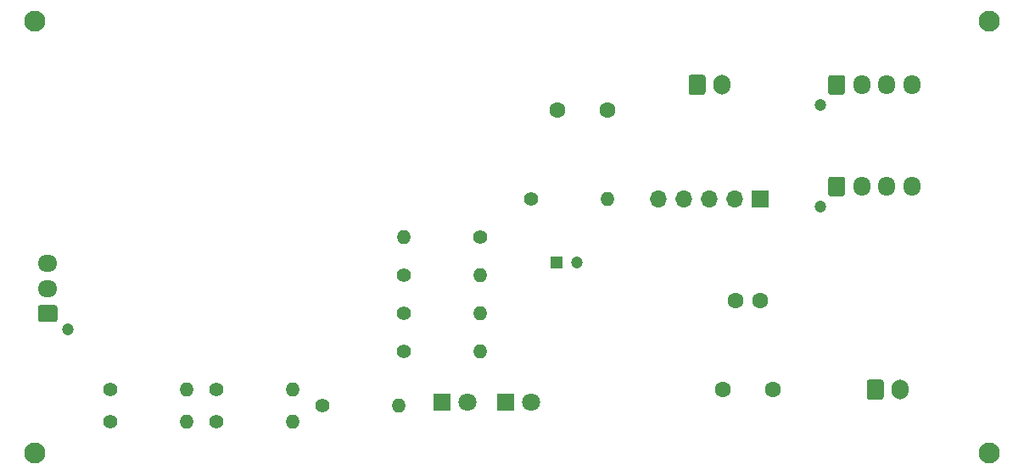
<source format=gbr>
G04 #@! TF.GenerationSoftware,KiCad,Pcbnew,(5.1.10)-1*
G04 #@! TF.CreationDate,2021-07-17T12:22:57+02:00*
G04 #@! TF.ProjectId,BCPEHUB1,42435045-4855-4423-912e-6b696361645f,rev?*
G04 #@! TF.SameCoordinates,Original*
G04 #@! TF.FileFunction,Soldermask,Bot*
G04 #@! TF.FilePolarity,Negative*
%FSLAX46Y46*%
G04 Gerber Fmt 4.6, Leading zero omitted, Abs format (unit mm)*
G04 Created by KiCad (PCBNEW (5.1.10)-1) date 2021-07-17 12:22:57*
%MOMM*%
%LPD*%
G01*
G04 APERTURE LIST*
%ADD10C,1.200000*%
%ADD11O,1.700000X1.950000*%
%ADD12O,1.950000X1.700000*%
%ADD13C,2.100000*%
%ADD14O,1.400000X1.400000*%
%ADD15C,1.400000*%
%ADD16O,1.700000X1.700000*%
%ADD17R,1.700000X1.700000*%
%ADD18O,1.700000X2.000000*%
%ADD19C,1.800000*%
%ADD20R,1.800000X1.800000*%
%ADD21C,1.600000*%
%ADD22R,1.200000X1.200000*%
G04 APERTURE END LIST*
D10*
G04 #@! TO.C,J11*
X178740000Y-95980000D03*
D11*
X187840000Y-93980000D03*
X185340000Y-93980000D03*
X182840000Y-93980000D03*
G36*
G01*
X179490000Y-94705000D02*
X179490000Y-93255000D01*
G75*
G02*
X179740000Y-93005000I250000J0D01*
G01*
X180940000Y-93005000D01*
G75*
G02*
X181190000Y-93255000I0J-250000D01*
G01*
X181190000Y-94705000D01*
G75*
G02*
X180940000Y-94955000I-250000J0D01*
G01*
X179740000Y-94955000D01*
G75*
G02*
X179490000Y-94705000I0J250000D01*
G01*
G37*
G04 #@! TD*
D10*
G04 #@! TO.C,J13*
X178740000Y-85820000D03*
D11*
X187840000Y-83820000D03*
X185340000Y-83820000D03*
X182840000Y-83820000D03*
G36*
G01*
X179490000Y-84545000D02*
X179490000Y-83095000D01*
G75*
G02*
X179740000Y-82845000I250000J0D01*
G01*
X180940000Y-82845000D01*
G75*
G02*
X181190000Y-83095000I0J-250000D01*
G01*
X181190000Y-84545000D01*
G75*
G02*
X180940000Y-84795000I-250000J0D01*
G01*
X179740000Y-84795000D01*
G75*
G02*
X179490000Y-84545000I0J250000D01*
G01*
G37*
G04 #@! TD*
D10*
G04 #@! TO.C,J20*
X103600000Y-108280000D03*
D12*
X101600000Y-101680000D03*
X101600000Y-104180000D03*
G36*
G01*
X102325000Y-107530000D02*
X100875000Y-107530000D01*
G75*
G02*
X100625000Y-107280000I0J250000D01*
G01*
X100625000Y-106080000D01*
G75*
G02*
X100875000Y-105830000I250000J0D01*
G01*
X102325000Y-105830000D01*
G75*
G02*
X102575000Y-106080000I0J-250000D01*
G01*
X102575000Y-107280000D01*
G75*
G02*
X102325000Y-107530000I-250000J0D01*
G01*
G37*
G04 #@! TD*
D13*
G04 #@! TO.C,REF\u002A\u002A*
X100330000Y-77470000D03*
G04 #@! TD*
G04 #@! TO.C,REF\u002A\u002A*
X100330000Y-120650000D03*
G04 #@! TD*
G04 #@! TO.C,REF\u002A\u002A*
X195580000Y-120650000D03*
G04 #@! TD*
G04 #@! TO.C,REF\u002A\u002A*
X195580000Y-77470000D03*
G04 #@! TD*
D14*
G04 #@! TO.C,R15*
X144780000Y-110490000D03*
D15*
X137160000Y-110490000D03*
G04 #@! TD*
D14*
G04 #@! TO.C,R9*
X157480000Y-95250000D03*
D15*
X149860000Y-95250000D03*
G04 #@! TD*
D14*
G04 #@! TO.C,R8*
X144780000Y-106680000D03*
D15*
X137160000Y-106680000D03*
G04 #@! TD*
D14*
G04 #@! TO.C,R7*
X136605199Y-115860000D03*
D15*
X128985199Y-115860000D03*
G04 #@! TD*
D14*
G04 #@! TO.C,R6*
X126035199Y-117460000D03*
D15*
X118415199Y-117460000D03*
G04 #@! TD*
D14*
G04 #@! TO.C,R5*
X126035199Y-114310000D03*
D15*
X118415199Y-114310000D03*
G04 #@! TD*
D14*
G04 #@! TO.C,R4*
X144780000Y-102870000D03*
D15*
X137160000Y-102870000D03*
G04 #@! TD*
D14*
G04 #@! TO.C,R3*
X115465199Y-114300000D03*
D15*
X107845199Y-114300000D03*
G04 #@! TD*
D14*
G04 #@! TO.C,R2*
X115465199Y-117460000D03*
D15*
X107845199Y-117460000D03*
G04 #@! TD*
D14*
G04 #@! TO.C,R1*
X137160000Y-99060000D03*
D15*
X144780000Y-99060000D03*
G04 #@! TD*
D16*
G04 #@! TO.C,J10*
X162560000Y-95250000D03*
X165100000Y-95250000D03*
X167640000Y-95250000D03*
X170180000Y-95250000D03*
D17*
X172720000Y-95250000D03*
G04 #@! TD*
D18*
G04 #@! TO.C,J4*
X168910000Y-83820000D03*
G36*
G01*
X165560000Y-84570000D02*
X165560000Y-83070000D01*
G75*
G02*
X165810000Y-82820000I250000J0D01*
G01*
X167010000Y-82820000D01*
G75*
G02*
X167260000Y-83070000I0J-250000D01*
G01*
X167260000Y-84570000D01*
G75*
G02*
X167010000Y-84820000I-250000J0D01*
G01*
X165810000Y-84820000D01*
G75*
G02*
X165560000Y-84570000I0J250000D01*
G01*
G37*
G04 #@! TD*
G04 #@! TO.C,J1*
X186690000Y-114300000D03*
G36*
G01*
X183340000Y-115050000D02*
X183340000Y-113550000D01*
G75*
G02*
X183590000Y-113300000I250000J0D01*
G01*
X184790000Y-113300000D01*
G75*
G02*
X185040000Y-113550000I0J-250000D01*
G01*
X185040000Y-115050000D01*
G75*
G02*
X184790000Y-115300000I-250000J0D01*
G01*
X183590000Y-115300000D01*
G75*
G02*
X183340000Y-115050000I0J250000D01*
G01*
G37*
G04 #@! TD*
D19*
G04 #@! TO.C,D2*
X143510000Y-115570000D03*
D20*
X140970000Y-115570000D03*
G04 #@! TD*
D19*
G04 #@! TO.C,D1*
X149860000Y-115570000D03*
D20*
X147320000Y-115570000D03*
G04 #@! TD*
D21*
G04 #@! TO.C,C4*
X157480000Y-86360000D03*
X152480000Y-86360000D03*
G04 #@! TD*
G04 #@! TO.C,C3*
X173990000Y-114300000D03*
X168990000Y-114300000D03*
G04 #@! TD*
G04 #@! TO.C,C2*
X172720000Y-105410000D03*
X170220000Y-105410000D03*
G04 #@! TD*
D10*
G04 #@! TO.C,C1*
X154400000Y-101600000D03*
D22*
X152400000Y-101600000D03*
G04 #@! TD*
M02*

</source>
